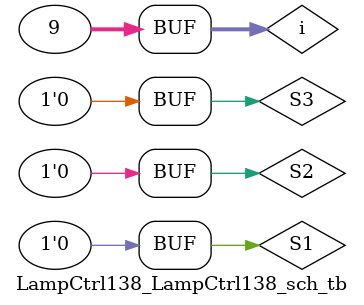
<source format=v>

`timescale 1ns / 1ps

module LampCtrl138_LampCtrl138_sch_tb();

// Inputs
   reg S3;
   reg S1;
   reg S2;

// Output
   wire F;

// Bidirs

// Instantiate the UUT
   LampCtrl138 UUT (
		.S3(S3), 
		.S1(S1), 
		.S2(S2), 
		.F(F)
   );
// Initialize Inputs
   //`ifdef auto_init
   integer i;   
		initial begin
		S3 = 0;
		S1 = 0;
		S2 = 0;
				for(i=0;i<=8;i=i+1)begin			{S3,S2,S1} <= i;			#50;		end	end
   //`endif
endmodule

</source>
